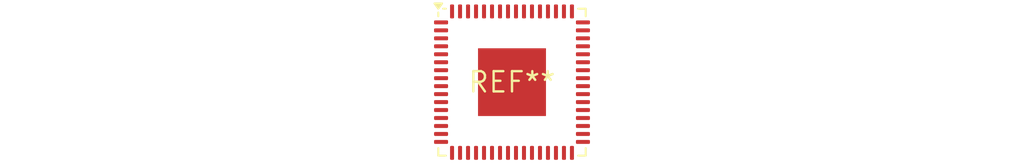
<source format=kicad_pcb>
(kicad_pcb (version 20240108) (generator pcbnew)
  (layers (0 "F.Cu" signal) (31 "B.Cu" signal) (34 "B.Paste" user) (35 "F.Paste" user) (36 "B.SilkS" user "B.Silkscreen") (37 "F.SilkS" user "F.Silkscreen") (38 "B.Mask" user) (39 "F.Mask" user) (44 "Edge.Cuts" user))
  (net 0 "")
  (footprint "Texas_RGC0064B_VQFN-64-1EP_9x9mm_P0.5mm_EP4.25x4.25mm" (layer "F.Cu") (at 0 0)
    (property "Reference" "REF**")
    (property "Value" "Texas_RGC0064B_VQFN-64-1EP_9x9mm_P0.5mm_EP4.25x4.25mm")
    (fp_line (start -4.61 -4.135) (end -4.61 -4.37) (layer "F.SilkS") (stroke (width 0.12)))
    (fp_line (start -4.61 4.61) (end -4.61 4.135) (layer "F.SilkS") (stroke (width 0.12)))
    (fp_line (start -4.135 -4.61) (end -4.31 -4.61) (layer "F.SilkS") (stroke (width 0.12)))
    (fp_line (start -4.135 4.61) (end -4.61 4.61) (layer "F.SilkS") (stroke (width 0.12)))
    (fp_line (start 4.135 -4.61) (end 4.61 -4.61) (layer "F.SilkS") (stroke (width 0.12)))
    (fp_line (start 4.135 4.61) (end 4.61 4.61) (layer "F.SilkS") (stroke (width 0.12)))
    (fp_line (start 4.61 -4.61) (end 4.61 -4.135) (layer "F.SilkS") (stroke (width 0.12)))
    (fp_line (start 4.61 4.61) (end 4.61 4.135) (layer "F.SilkS") (stroke (width 0.12)))
    (fp_poly (pts (xy -4.61 -4.61) (xy -4.85 -4.94) (xy -4.37 -4.94) (xy -4.61 -4.61)) (layer "F.SilkS") (stroke (width 0.12)) (fill solid))
    (pad "1" smd roundrect (at -4.4375 -3.75) (size 0.875 0.25) (layers "F.Cu" "F.Paste" "F.Mask"))
    (pad "2" smd roundrect (at -4.4375 -3.25) (size 0.875 0.25) (layers "F.Cu" "F.Paste" "F.Mask"))
    (pad "3" smd roundrect (at -4.4375 -2.75) (size 0.875 0.25) (layers "F.Cu" "F.Paste" "F.Mask"))
    (pad "4" smd roundrect (at -4.4375 -2.25) (size 0.875 0.25) (layers "F.Cu" "F.Paste" "F.Mask"))
    (pad "5" smd roundrect (at -4.4375 -1.75) (size 0.875 0.25) (layers "F.Cu" "F.Paste" "F.Mask"))
    (pad "6" smd roundrect (at -4.4375 -1.25) (size 0.875 0.25) (layers "F.Cu" "F.Paste" "F.Mask"))
    (pad "7" smd roundrect (at -4.4375 -0.75) (size 0.875 0.25) (layers "F.Cu" "F.Paste" "F.Mask"))
    (pad "8" smd roundrect (at -4.4375 -0.25) (size 0.875 0.25) (layers "F.Cu" "F.Paste" "F.Mask"))
    (pad "9" smd roundrect (at -4.4375 0.25) (size 0.875 0.25) (layers "F.Cu" "F.Paste" "F.Mask"))
    (pad "10" smd roundrect (at -4.4375 0.75) (size 0.875 0.25) (layers "F.Cu" "F.Paste" "F.Mask"))
    (pad "11" smd roundrect (at -4.4375 1.25) (size 0.875 0.25) (layers "F.Cu" "F.Paste" "F.Mask"))
    (pad "12" smd roundrect (at -4.4375 1.75) (size 0.875 0.25) (layers "F.Cu" "F.Paste" "F.Mask"))
    (pad "13" smd roundrect (at -4.4375 2.25) (size 0.875 0.25) (layers "F.Cu" "F.Paste" "F.Mask"))
    (pad "14" smd roundrect (at -4.4375 2.75) (size 0.875 0.25) (layers "F.Cu" "F.Paste" "F.Mask"))
    (pad "15" smd roundrect (at -4.4375 3.25) (size 0.875 0.25) (layers "F.Cu" "F.Paste" "F.Mask"))
    (pad "16" smd roundrect (at -4.4375 3.75) (size 0.875 0.25) (layers "F.Cu" "F.Paste" "F.Mask"))
    (pad "17" smd roundrect (at -3.75 4.4375) (size 0.25 0.875) (layers "F.Cu" "F.Paste" "F.Mask"))
    (pad "18" smd roundrect (at -3.25 4.4375) (size 0.25 0.875) (layers "F.Cu" "F.Paste" "F.Mask"))
    (pad "19" smd roundrect (at -2.75 4.4375) (size 0.25 0.875) (layers "F.Cu" "F.Paste" "F.Mask"))
    (pad "20" smd roundrect (at -2.25 4.4375) (size 0.25 0.875) (layers "F.Cu" "F.Paste" "F.Mask"))
    (pad "21" smd roundrect (at -1.75 4.4375) (size 0.25 0.875) (layers "F.Cu" "F.Paste" "F.Mask"))
    (pad "22" smd roundrect (at -1.25 4.4375) (size 0.25 0.875) (layers "F.Cu" "F.Paste" "F.Mask"))
    (pad "23" smd roundrect (at -0.75 4.4375) (size 0.25 0.875) (layers "F.Cu" "F.Paste" "F.Mask"))
    (pad "24" smd roundrect (at -0.25 4.4375) (size 0.25 0.875) (layers "F.Cu" "F.Paste" "F.Mask"))
    (pad "25" smd roundrect (at 0.25 4.4375) (size 0.25 0.875) (layers "F.Cu" "F.Paste" "F.Mask"))
    (pad "26" smd roundrect (at 0.75 4.4375) (size 0.25 0.875) (layers "F.Cu" "F.Paste" "F.Mask"))
    (pad "27" smd roundrect (at 1.25 4.4375) (size 0.25 0.875) (layers "F.Cu" "F.Paste" "F.Mask"))
    (pad "28" smd roundrect (at 1.75 4.4375) (size 0.25 0.875) (layers "F.Cu" "F.Paste" "F.Mask"))
    (pad "29" smd roundrect (at 2.25 4.4375) (size 0.25 0.875) (layers "F.Cu" "F.Paste" "F.Mask"))
    (pad "30" smd roundrect (at 2.75 4.4375) (size 0.25 0.875) (layers "F.Cu" "F.Paste" "F.Mask"))
    (pad "31" smd roundrect (at 3.25 4.4375) (size 0.25 0.875) (layers "F.Cu" "F.Paste" "F.Mask"))
    (pad "32" smd roundrect (at 3.75 4.4375) (size 0.25 0.875) (layers "F.Cu" "F.Paste" "F.Mask"))
    (pad "33" smd roundrect (at 4.4375 3.75) (size 0.875 0.25) (layers "F.Cu" "F.Paste" "F.Mask"))
    (pad "34" smd roundrect (at 4.4375 3.25) (size 0.875 0.25) (layers "F.Cu" "F.Paste" "F.Mask"))
    (pad "35" smd roundrect (at 4.4375 2.75) (size 0.875 0.25) (layers "F.Cu" "F.Paste" "F.Mask"))
    (pad "36" smd roundrect (at 4.4375 2.25) (size 0.875 0.25) (layers "F.Cu" "F.Paste" "F.Mask"))
    (pad "37" smd roundrect (at 4.4375 1.75) (size 0.875 0.25) (layers "F.Cu" "F.Paste" "F.Mask"))
    (pad "38" smd roundrect (at 4.4375 1.25) (size 0.875 0.25) (layers "F.Cu" "F.Paste" "F.Mask"))
    (pad "39" smd roundrect (at 4.4375 0.75) (size 0.875 0.25) (layers "F.Cu" "F.Paste" "F.Mask"))
    (pad "40" smd roundrect (at 4.4375 0.25) (size 0.875 0.25) (layers "F.Cu" "F.Paste" "F.Mask"))
    (pad "41" smd roundrect (at 4.4375 -0.25) (size 0.875 0.25) (layers "F.Cu" "F.Paste" "F.Mask"))
    (pad "42" smd roundrect (at 4.4375 -0.75) (size 0.875 0.25) (layers "F.Cu" "F.Paste" "F.Mask"))
    (pad "43" smd roundrect (at 4.4375 -1.25) (size 0.875 0.25) (layers "F.Cu" "F.Paste" "F.Mask"))
    (pad "44" smd roundrect (at 4.4375 -1.75) (size 0.875 0.25) (layers "F.Cu" "F.Paste" "F.Mask"))
    (pad "45" smd roundrect (at 4.4375 -2.25) (size 0.875 0.25) (layers "F.Cu" "F.Paste" "F.Mask"))
    (pad "46" smd roundrect (at 4.4375 -2.75) (size 0.875 0.25) (layers "F.Cu" "F.Paste" "F.Mask"))
    (pad "47" smd roundrect (at 4.4375 -3.25) (size 0.875 0.25) (layers "F.Cu" "F.Paste" "F.Mask"))
    (pad "48" smd roundrect (at 4.4375 -3.75) (size 0.875 0.25) (layers "F.Cu" "F.Paste" "F.Mask"))
    (pad "49" smd roundrect (at 3.75 -4.4375) (size 0.25 0.875) (layers "F.Cu" "F.Paste" "F.Mask"))
    (pad "50" smd roundrect (at 3.25 -4.4375) (size 0.25 0.875) (layers "F.Cu" "F.Paste" "F.Mask"))
    (pad "51" smd roundrect (at 2.75 -4.4375) (size 0.25 0.875) (layers "F.Cu" "F.Paste" "F.Mask"))
    (pad "52" smd roundrect (at 2.25 -4.4375) (size 0.25 0.875) (layers "F.Cu" "F.Paste" "F.Mask"))
    (pad "53" smd roundrect (at 1.75 -4.4375) (size 0.25 0.875) (layers "F.Cu" "F.Paste" "F.Mask"))
    (pad "54" smd roundrect (at 1.25 -4.4375) (size 0.25 0.875) (layers "F.Cu" "F.Paste" "F.Mask"))
    (pad "55" smd roundrect (at 0.75 -4.4375) (size 0.25 0.875) (layers "F.Cu" "F.Paste" "F.Mask"))
    (pad "56" smd roundrect (at 0.25 -4.4375) (size 0.25 0.875) (layers "F.Cu" "F.Paste" "F.Mask"))
    (pad "57" smd roundrect (at -0.25 -4.4375) (size 0.25 0.875) (layers "F.Cu" "F.Paste" "F.Mask"))
    (pad "58" smd roundrect (at -0.75 -4.4375) (size 0.25 0.875) (layers "F.Cu" "F.Paste" "F.Mask"))
    (pad "59" smd roundrect (at -1.25 -4.4375) (size 0.25 0.875) (layers "F.Cu" "F.Paste" "F.Mask"))
    (pad "60" smd roundrect (at -1.75 -4.4375) (size 0.25 0.875) (layers "F.Cu" "F.Paste" "F.Mask"))
    (pad "61" smd roundrect (at -2.25 -4.4375) (size 0.25 0.875) (layers "F.Cu" "F.Paste" "F.Mask"))
    (pad "62" smd roundrect (at -2.75 -4.4375) (size 0.25 0.875) (layers "F.Cu" "F.Paste" "F.Mask"))
    (pad "63" smd roundrect (at -3.25 -4.4375) (size 0.25 0.875) (layers "F.Cu" "F.Paste" "F.Mask"))
    (pad "64" smd roundrect (at -3.75 -4.4375) (size 0.25 0.875) (layers "F.Cu" "F.Paste" "F.Mask"))
    (pad "65" smd rect (at 0 0) (size 4.25 4.25) (property pad_prop_heatsink) (layers "F.Cu" "F.Mask"))
  )
)
</source>
